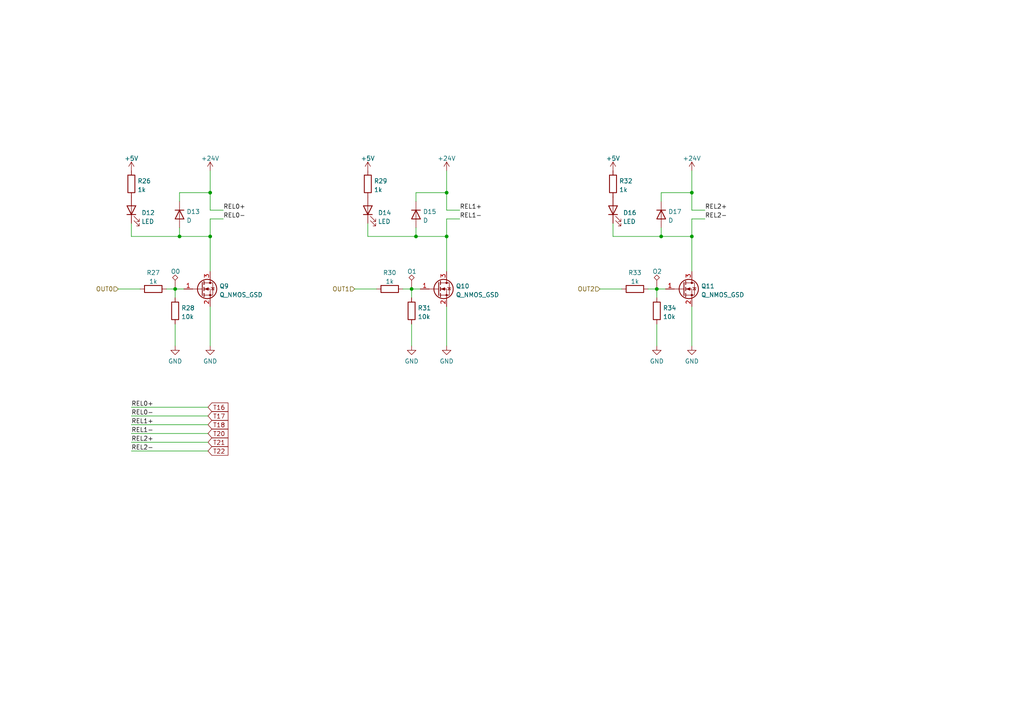
<source format=kicad_sch>
(kicad_sch (version 20211123) (generator eeschema)
  (paper "A4")
  (title_block (title "FloatPUMP Schematics") (date "2022-11-11") (rev "1.0") (company "robtor.de") (comment 1 "Controller board for up to 3 water pumps") (comment 2 "measuring capabilities with piezoresistive pressure sensors") (comment 3 "sensor input Range 4mA-20mA"))
  (lib_symbols
    (symbol "Connector:TestPoint_Alt" (pin_numbers hide) (pin_names (offset 0.762) hide)
      (property "Reference" "TP" (at 0 6.858 0))
      (property "Value" "TestPoint_Alt" (at 0 5.08 0))
      (symbol "TestPoint_Alt_0_1"
        (polyline (pts (xy 0 2.54) (xy -0.762 3.302) (xy 0 4.064) (xy 0.762 3.302) (xy 0 2.54)))
      )
      (symbol "TestPoint_Alt_1_1"
        (pin passive line (at 0 0 90) (length 2.54) (name "1") (number "1"))
      )
    )
    (symbol "Device:D" (pin_numbers hide) (pin_names (offset 1.016) hide)
      (property "Reference" "D" (at 0 2.54 0))
      (property "Value" "D" (at 0 -2.54 0))
      (symbol "D_0_1"
        (polyline (pts (xy -1.27 1.27) (xy -1.27 -1.27)) (stroke (width 0.254)))
        (polyline (pts (xy 1.27 0) (xy -1.27 0)))
        (polyline (pts (xy 1.27 1.27) (xy 1.27 -1.27) (xy -1.27 0) (xy 1.27 1.27)) (stroke (width 0.254)))
      )
      (symbol "D_1_1"
        (pin passive line (at -3.81 0 0) (length 2.54) (name "K") (number "1"))
        (pin passive line (at 3.81 0 180) (length 2.54) (name "A") (number "2"))
      )
    )
    (symbol "Device:LED" (pin_numbers hide) (pin_names (offset 1.016) hide)
      (property "Reference" "D" (at 0 2.54 0))
      (property "Value" "LED" (at 0 -2.54 0))
      (symbol "LED_0_1"
        (polyline (pts (xy -1.27 -1.27) (xy -1.27 1.27)) (stroke (width 0.254)))
        (polyline (pts (xy -1.27 0) (xy 1.27 0)))
        (polyline (pts (xy 1.27 -1.27) (xy 1.27 1.27) (xy -1.27 0) (xy 1.27 -1.27)) (stroke (width 0.254)))
        (polyline (pts (xy -3.048 -0.762) (xy -4.572 -2.286) (xy -3.81 -2.286) (xy -4.572 -2.286) (xy -4.572 -1.524)))
        (polyline (pts (xy -1.778 -0.762) (xy -3.302 -2.286) (xy -2.54 -2.286) (xy -3.302 -2.286) (xy -3.302 -1.524)))
      )
      (symbol "LED_1_1"
        (pin passive line (at -3.81 0 0) (length 2.54) (name "K") (number "1"))
        (pin passive line (at 3.81 0 180) (length 2.54) (name "A") (number "2"))
      )
    )
    (symbol "Device:Q_NMOS_GSD" (pin_names (offset 0) hide)
      (property "Reference" "Q" (at 5.08 1.27 0))
      (property "Value" "Q_NMOS_GSD" (at 5.08 -1.27 0))
      (symbol "Q_NMOS_GSD_0_1"
        (polyline (pts (xy 0.254 0) (xy -2.54 0)))
        (polyline (pts (xy 0.254 1.905) (xy 0.254 -1.905)) (stroke (width 0.254)))
        (polyline (pts (xy 0.762 -1.27) (xy 0.762 -2.286)) (stroke (width 0.254)))
        (polyline (pts (xy 0.762 0.508) (xy 0.762 -0.508)) (stroke (width 0.254)))
        (polyline (pts (xy 0.762 2.286) (xy 0.762 1.27)) (stroke (width 0.254)))
        (polyline (pts (xy 2.54 2.54) (xy 2.54 1.778)))
        (polyline (pts (xy 2.54 -2.54) (xy 2.54 0) (xy 0.762 0)))
        (polyline (pts (xy 0.762 -1.778) (xy 3.302 -1.778) (xy 3.302 1.778) (xy 0.762 1.778)))
        (polyline (pts (xy 1.016 0) (xy 2.032 0.381) (xy 2.032 -0.381) (xy 1.016 0)) (fill (type outline)))
        (polyline (pts (xy 2.794 0.508) (xy 2.921 0.381) (xy 3.683 0.381) (xy 3.81 0.254)))
        (polyline (pts (xy 3.302 0.381) (xy 2.921 -0.254) (xy 3.683 -0.254) (xy 3.302 0.381)))
        (circle (center 1.651 0) (radius 2.794) (stroke (width 0.254)))
        (circle (center 2.54 -1.778) (radius 0.254) (fill (type outline)))
        (circle (center 2.54 1.778) (radius 0.254) (fill (type outline)))
      )
      (symbol "Q_NMOS_GSD_1_1"
        (pin input line (at -5.08 0 0) (length 2.54) (name "G") (number "1"))
        (pin passive line (at 2.54 -5.08 90) (length 2.54) (name "S") (number "2"))
        (pin passive line (at 2.54 5.08 270) (length 2.54) (name "D") (number "3"))
      )
    )
    (symbol "Device:R" (pin_numbers hide) (pin_names (offset 0))
      (property "Reference" "R" (at 2.032 0 90))
      (property "Value" "R" (at 0 0 90))
      (symbol "R_0_1"
        (rectangle (start -1.016 -2.54) (end 1.016 2.54) (stroke (width 0.254)))
      )
      (symbol "R_1_1"
        (pin passive line (at 0 3.81 270) (length 1.27) (name "~") (number "1"))
        (pin passive line (at 0 -3.81 90) (length 1.27) (name "~") (number "2"))
      )
    )
    (symbol "power:+24V" (power) (pin_names (offset 0))
      (property "Value" "+24V" (at 0 3.556 0))
      (symbol "+24V_0_1"
        (polyline (pts (xy -0.762 1.27) (xy 0 2.54)))
        (polyline (pts (xy 0 0) (xy 0 2.54)))
        (polyline (pts (xy 0 2.54) (xy 0.762 1.27)))
      )
      (symbol "+24V_1_1"
        (pin power_in line (at 0 0 90) (length 0) hide (name "+24V") (number "1"))
      )
    )
    (symbol "power:+5V" (power) (pin_names (offset 0))
      (property "Value" "+5V" (at 0 3.556 0))
      (symbol "+5V_0_1"
        (polyline (pts (xy -0.762 1.27) (xy 0 2.54)))
        (polyline (pts (xy 0 0) (xy 0 2.54)))
        (polyline (pts (xy 0 2.54) (xy 0.762 1.27)))
      )
      (symbol "+5V_1_1"
        (pin power_in line (at 0 0 90) (length 0) hide (name "+5V") (number "1"))
      )
    )
    (symbol "power:GND" (power) (pin_names (offset 0))
      (property "Value" "GND" (at 0 -3.81 0))
      (symbol "GND_0_1"
        (polyline (pts (xy 0 0) (xy 0 -1.27) (xy 1.27 -1.27) (xy 0 -2.54) (xy -1.27 -1.27) (xy 0 -1.27)))
      )
      (symbol "GND_1_1"
        (pin power_in line (at 0 0 270) (length 0) hide (name "GND") (number "1"))
      )
    )
  )
  (junction (at 52.07 68.58))
  (junction (at 120.65 68.58))
  (junction (at 60.96 68.58))
  (junction (at 129.54 68.58))
  (junction (at 119.38 83.82))
  (junction (at 50.8 83.82))
  (junction (at 60.96 55.88))
  (junction (at 191.77 68.58))
  (junction (at 129.54 55.88))
  (junction (at 190.5 83.82))
  (junction (at 200.66 68.58))
  (junction (at 200.66 55.88))
  (wire (pts (xy 191.77 58.42) (xy 191.77 55.88)))
  (wire (pts (xy 60.96 68.58) (xy 60.96 78.74)))
  (wire (pts (xy 173.99 83.82) (xy 180.34 83.82)))
  (wire (pts (xy 190.5 83.82) (xy 193.04 83.82)))
  (wire (pts (xy 50.8 83.82) (xy 50.8 86.36)))
  (wire (pts (xy 200.66 88.9) (xy 200.66 100.33)))
  (wire (pts (xy 200.66 68.58) (xy 200.66 78.74)))
  (wire (pts (xy 129.54 49.53) (xy 129.54 55.88)))
  (wire (pts (xy 102.87 83.82) (xy 109.22 83.82)))
  (wire (pts (xy 60.96 55.88) (xy 60.96 60.96)))
  (wire (pts (xy 191.77 68.58) (xy 200.66 68.58)))
  (wire (pts (xy 52.07 68.58) (xy 38.1 68.58)))
  (wire (pts (xy 187.96 83.82) (xy 190.5 83.82)))
  (wire (pts (xy 190.5 83.82) (xy 190.5 86.36)))
  (wire (pts (xy 120.65 55.88) (xy 129.54 55.88)))
  (wire (pts (xy 38.1 128.27) (xy 60.325 128.27)))
  (wire (pts (xy 120.65 68.58) (xy 129.54 68.58)))
  (wire (pts (xy 200.66 55.88) (xy 200.66 60.96)))
  (wire (pts (xy 191.77 55.88) (xy 200.66 55.88)))
  (wire (pts (xy 177.8 64.77) (xy 177.8 68.58)))
  (wire (pts (xy 129.54 60.96) (xy 133.35 60.96)))
  (wire (pts (xy 50.8 83.82) (xy 53.34 83.82)))
  (wire (pts (xy 116.84 83.82) (xy 119.38 83.82)))
  (wire (pts (xy 50.8 93.98) (xy 50.8 100.33)))
  (wire (pts (xy 133.35 63.5) (xy 129.54 63.5)))
  (wire (pts (xy 38.1 125.73) (xy 60.325 125.73)))
  (wire (pts (xy 60.96 88.9) (xy 60.96 100.33)))
  (wire (pts (xy 106.68 64.77) (xy 106.68 68.58)))
  (wire (pts (xy 52.07 55.88) (xy 60.96 55.88)))
  (wire (pts (xy 38.1 123.19) (xy 60.325 123.19)))
  (wire (pts (xy 60.96 63.5) (xy 60.96 68.58)))
  (wire (pts (xy 34.29 83.82) (xy 40.64 83.82)))
  (wire (pts (xy 119.38 93.98) (xy 119.38 100.33)))
  (wire (pts (xy 52.07 66.04) (xy 52.07 68.58)))
  (wire (pts (xy 119.38 83.82) (xy 121.92 83.82)))
  (wire (pts (xy 120.65 66.04) (xy 120.65 68.58)))
  (wire (pts (xy 52.07 58.42) (xy 52.07 55.88)))
  (wire (pts (xy 191.77 68.58) (xy 177.8 68.58)))
  (wire (pts (xy 38.1 130.81) (xy 60.325 130.81)))
  (wire (pts (xy 129.54 88.9) (xy 129.54 100.33)))
  (wire (pts (xy 38.1 120.65) (xy 60.325 120.65)))
  (wire (pts (xy 52.07 68.58) (xy 60.96 68.58)))
  (wire (pts (xy 60.96 60.96) (xy 64.77 60.96)))
  (wire (pts (xy 64.77 63.5) (xy 60.96 63.5)))
  (wire (pts (xy 190.5 93.98) (xy 190.5 100.33)))
  (wire (pts (xy 120.65 58.42) (xy 120.65 55.88)))
  (wire (pts (xy 38.1 118.11) (xy 60.325 118.11)))
  (wire (pts (xy 119.38 83.82) (xy 119.38 86.36)))
  (wire (pts (xy 204.47 63.5) (xy 200.66 63.5)))
  (wire (pts (xy 129.54 68.58) (xy 129.54 78.74)))
  (wire (pts (xy 129.54 63.5) (xy 129.54 68.58)))
  (wire (pts (xy 200.66 49.53) (xy 200.66 55.88)))
  (wire (pts (xy 120.65 68.58) (xy 106.68 68.58)))
  (wire (pts (xy 129.54 55.88) (xy 129.54 60.96)))
  (wire (pts (xy 200.66 63.5) (xy 200.66 68.58)))
  (wire (pts (xy 38.1 64.77) (xy 38.1 68.58)))
  (wire (pts (xy 191.77 66.04) (xy 191.77 68.58)))
  (wire (pts (xy 48.26 83.82) (xy 50.8 83.82)))
  (wire (pts (xy 200.66 60.96) (xy 204.47 60.96)))
  (wire (pts (xy 60.96 49.53) (xy 60.96 55.88)))
  (label "REL1+" (at 38.1 123.19 0))
  (label "REL0+" (at 64.77 60.96 0))
  (label "REL2+" (at 204.47 60.96 0))
  (label "REL1-" (at 133.35 63.5 0))
  (label "REL2-" (at 204.47 63.5 0))
  (label "REL2-" (at 38.1 130.81 0))
  (label "REL1-" (at 38.1 125.73 0))
  (label "REL0-" (at 38.1 120.65 0))
  (label "REL0+" (at 38.1 118.11 0))
  (label "REL0-" (at 64.77 63.5 0))
  (label "REL1+" (at 133.35 60.96 0))
  (label "REL2+" (at 38.1 128.27 0))
  (global_label "T22" (shape input) (at 60.325 130.81 0) (property "Referenzen zwischen Schaltplänen" "${INTERSHEET_REFS}" (effects hide)))
  (global_label "T17" (shape input) (at 60.325 120.65 0) (property "Referenzen zwischen Schaltplänen" "${INTERSHEET_REFS}" (effects hide)))
  (global_label "T18" (shape input) (at 60.325 123.19 0) (property "Referenzen zwischen Schaltplänen" "${INTERSHEET_REFS}" (effects hide)))
  (global_label "T16" (shape input) (at 60.325 118.11 0) (property "Referenzen zwischen Schaltplänen" "${INTERSHEET_REFS}" (effects hide)))
  (global_label "T21" (shape input) (at 60.325 128.27 0) (property "Referenzen zwischen Schaltplänen" "${INTERSHEET_REFS}" (effects hide)))
  (global_label "T20" (shape input) (at 60.325 125.73 0) (property "Referenzen zwischen Schaltplänen" "${INTERSHEET_REFS}" (effects hide)))
  (hierarchical_label "OUT1" (shape input) (at 102.87 83.82 180))
  (hierarchical_label "OUT2" (shape input) (at 173.99 83.82 180))
  (hierarchical_label "OUT0" (shape input) (at 34.29 83.82 180))
  (symbol (lib_id "power:GND") (at 200.66 100.33 0) (unit 1)
    (property "Reference" "#PWR074" (effects hide))
    (property "Value" "GND" (at 200.66 104.7734 0))
  )
  (symbol (lib_id "power:GND") (at 119.38 100.33 0) (unit 1)
    (property "Reference" "#PWR068" (effects hide))
    (property "Value" "GND" (at 119.38 104.7734 0))
  )
  (symbol (lib_id "Connector:TestPoint_Alt") (at 119.38 83.82 0) (unit 1)
    (property "Reference" "TP17" (effects hide))
    (property "Value" "O1" (at 118.11 78.74 0) (effects (justify left)))
    (property "Footprint" "TestPoint:TestPoint_Pad_D1.0mm" (effects hide))
  )
  (symbol (lib_id "power:+5V") (at 177.8 49.53 0) (unit 1)
    (property "Reference" "#PWR071" (effects hide))
    (property "Value" "+5V" (at 177.8 45.9542 0))
  )
  (symbol (lib_id "power:+24V") (at 200.66 49.53 0) (unit 1)
    (property "Reference" "#PWR073" (effects hide))
    (property "Value" "+24V" (at 200.66 45.9542 0))
  )
  (symbol (lib_id "Device:R") (at 113.03 83.82 90) (unit 1)
    (property "Reference" "R30" (at 113.03 79.1042 90))
    (property "Value" "1k" (at 113.03 81.6411 90))
    (property "Footprint" "Resistor_SMD:R_0603_1608Metric" (effects hide))
    (property "JLCPCB" "Basic" (effects hide))
    (property "LCSC" "C21190" (effects hide))
  )
  (symbol (lib_id "Device:D") (at 191.77 62.23 270) (unit 1)
    (property "Reference" "D17" (at 193.802 61.3953 90) (effects (justify left)))
    (property "Value" "D" (at 193.802 63.9322 90) (effects (justify left)))
    (property "Footprint" "Diode_SMD:D_SMA" (effects hide))
    (property "Datasheet" "https://datasheet.lcsc.com/lcsc/2109061630_YONGYUTAI-1N4001_C2892670.pdf" (effects hide))
    (property "JLCPCB" "Basic" (effects hide))
    (property "LCSC" "C95872" (effects hide))
  )
  (symbol (lib_id "Device:D") (at 52.07 62.23 270) (unit 1)
    (property "Reference" "D13" (at 54.102 61.3953 90) (effects (justify left)))
    (property "Value" "D" (at 54.102 63.9322 90) (effects (justify left)))
    (property "Footprint" "Diode_SMD:D_SMA" (effects hide))
    (property "Datasheet" "https://datasheet.lcsc.com/lcsc/2109061630_YONGYUTAI-1N4001_C2892670.pdf" (effects hide))
    (property "JLCPCB" "Basic" (effects hide))
    (property "LCSC" "C95872" (effects hide))
  )
  (symbol (lib_id "Connector:TestPoint_Alt") (at 190.5 83.82 0) (unit 1)
    (property "Reference" "TP18" (effects hide))
    (property "Value" "O2" (at 189.23 78.74 0) (effects (justify left)))
    (property "Footprint" "TestPoint:TestPoint_Pad_D1.0mm" (effects hide))
  )
  (symbol (lib_id "Device:R") (at 184.15 83.82 90) (unit 1)
    (property "Reference" "R33" (at 184.15 79.1042 90))
    (property "Value" "1k" (at 184.15 81.6411 90))
    (property "Footprint" "Resistor_SMD:R_0603_1608Metric" (effects hide))
    (property "JLCPCB" "Basic" (effects hide))
    (property "LCSC" "C21190" (effects hide))
  )
  (symbol (lib_id "power:+24V") (at 129.54 49.53 0) (unit 1)
    (property "Reference" "#PWR069" (effects hide))
    (property "Value" "+24V" (at 129.54 45.9542 0))
  )
  (symbol (lib_id "power:+5V") (at 106.68 49.53 0) (unit 1)
    (property "Reference" "#PWR067" (effects hide))
    (property "Value" "+5V" (at 106.68 45.9542 0))
  )
  (symbol (lib_id "Device:D") (at 120.65 62.23 270) (unit 1)
    (property "Reference" "D15" (at 122.682 61.3953 90) (effects (justify left)))
    (property "Value" "D" (at 122.682 63.9322 90) (effects (justify left)))
    (property "Footprint" "Diode_SMD:D_SMA" (effects hide))
    (property "Datasheet" "https://datasheet.lcsc.com/lcsc/2109061630_YONGYUTAI-1N4001_C2892670.pdf" (effects hide))
    (property "JLCPCB" "Basic" (effects hide))
    (property "LCSC" "C95872" (effects hide))
  )
  (symbol (lib_id "Device:Q_NMOS_GSD") (at 198.12 83.82 0) (unit 1)
    (property "Reference" "Q11" (at 203.327 82.9853 0) (effects (justify left)))
    (property "Value" "Q_NMOS_GSD" (at 203.327 85.5222 0) (effects (justify left)))
    (property "Footprint" "Package_TO_SOT_SMD:SOT-23" (effects hide))
    (property "Datasheet" "https://datasheet.lcsc.com/lcsc/1810271831_TOSHIBA-T2N7002BK-LM_C146372.pdf" (effects hide))
    (property "JLCPCB" "Basic" (effects hide))
    (property "LCSC" "C8545" (effects hide))
  )
  (symbol (lib_id "Connector:TestPoint_Alt") (at 50.8 83.82 0) (unit 1)
    (property "Reference" "TP16" (effects hide))
    (property "Value" "O0" (at 49.53 78.74 0) (effects (justify left)))
    (property "Footprint" "TestPoint:TestPoint_Pad_D1.0mm" (effects hide))
  )
  (symbol (lib_id "Device:LED") (at 106.68 60.96 90) (unit 1)
    (property "Reference" "D14" (at 109.601 61.7128 90) (effects (justify right)))
    (property "Value" "LED" (at 109.601 64.2497 90) (effects (justify right)))
    (property "Footprint" "LED_SMD:LED_0805_2012Metric" (effects hide))
  )
  (symbol (lib_id "power:GND") (at 60.96 100.33 0) (unit 1)
    (property "Reference" "#PWR066" (effects hide))
    (property "Value" "GND" (at 60.96 104.7734 0))
  )
  (symbol (lib_id "Device:LED") (at 177.8 60.96 90) (unit 1)
    (property "Reference" "D16" (at 180.721 61.7128 90) (effects (justify right)))
    (property "Value" "LED" (at 180.721 64.2497 90) (effects (justify right)))
    (property "Footprint" "LED_SMD:LED_0805_2012Metric" (effects hide))
  )
  (symbol (lib_id "Device:R") (at 106.68 53.34 180) (unit 1)
    (property "Reference" "R29" (at 108.458 52.5053 0) (effects (justify right)))
    (property "Value" "1k" (at 108.458 55.0422 0) (effects (justify right)))
    (property "Footprint" "Resistor_SMD:R_0603_1608Metric" (effects hide))
    (property "JLCPCB" "Basic" (effects hide))
    (property "LCSC" "C21190" (effects hide))
  )
  (symbol (lib_id "power:GND") (at 129.54 100.33 0) (unit 1)
    (property "Reference" "#PWR070" (effects hide))
    (property "Value" "GND" (at 129.54 104.7734 0))
  )
  (symbol (lib_id "Device:LED") (at 38.1 60.96 90) (unit 1)
    (property "Reference" "D12" (at 41.021 61.7128 90) (effects (justify right)))
    (property "Value" "LED" (at 41.021 64.2497 90) (effects (justify right)))
    (property "Footprint" "LED_SMD:LED_0805_2012Metric" (effects hide))
  )
  (symbol (lib_id "Device:Q_NMOS_GSD") (at 58.42 83.82 0) (unit 1)
    (property "Reference" "Q9" (at 63.627 82.9853 0) (effects (justify left)))
    (property "Value" "Q_NMOS_GSD" (at 63.627 85.5222 0) (effects (justify left)))
    (property "Footprint" "Package_TO_SOT_SMD:SOT-23" (effects hide))
    (property "Datasheet" "https://datasheet.lcsc.com/lcsc/1810151612_Jiangsu-Changjing-Electronics-Technology-Co---Ltd--2N7002_C8545.pdf" (effects hide))
    (property "JLCPCB" "Basic" (effects hide))
    (property "LCSC" "C8545" (effects hide))
  )
  (symbol (lib_id "power:GND") (at 50.8 100.33 0) (unit 1)
    (property "Reference" "#PWR064" (effects hide))
    (property "Value" "GND" (at 50.8 104.7734 0))
  )
  (symbol (lib_id "Device:R") (at 38.1 53.34 180) (unit 1)
    (property "Reference" "R26" (at 39.878 52.5053 0) (effects (justify right)))
    (property "Value" "1k" (at 39.878 55.0422 0) (effects (justify right)))
    (property "Footprint" "Resistor_SMD:R_0603_1608Metric" (effects hide))
    (property "JLCPCB" "Basic" (effects hide))
    (property "LCSC" "C21190" (effects hide))
  )
  (symbol (lib_id "Device:Q_NMOS_GSD") (at 127 83.82 0) (unit 1)
    (property "Reference" "Q10" (at 132.207 82.9853 0) (effects (justify left)))
    (property "Value" "Q_NMOS_GSD" (at 132.207 85.5222 0) (effects (justify left)))
    (property "Footprint" "Package_TO_SOT_SMD:SOT-23" (effects hide))
    (property "Datasheet" "https://datasheet.lcsc.com/lcsc/1810271831_TOSHIBA-T2N7002BK-LM_C146372.pdf" (effects hide))
    (property "JLCPCB" "Basic" (effects hide))
    (property "LCSC" "C8545" (effects hide))
  )
  (symbol (lib_id "power:+5V") (at 38.1 49.53 0) (unit 1)
    (property "Reference" "#PWR063" (effects hide))
    (property "Value" "+5V" (at 38.1 45.9542 0))
  )
  (symbol (lib_id "Device:R") (at 50.8 90.17 0) (unit 1)
    (property "Reference" "R28" (at 52.578 89.3353 0) (effects (justify left)))
    (property "Value" "10k" (at 52.578 91.8722 0) (effects (justify left)))
    (property "Footprint" "Resistor_SMD:R_0603_1608Metric" (effects hide))
    (property "JLCPCB" "Basic" (effects hide))
    (property "LCSC" "C25804" (effects hide))
  )
  (symbol (lib_id "Device:R") (at 119.38 90.17 0) (unit 1)
    (property "Reference" "R31" (at 121.158 89.3353 0) (effects (justify left)))
    (property "Value" "10k" (at 121.158 91.8722 0) (effects (justify left)))
    (property "Footprint" "Resistor_SMD:R_0603_1608Metric" (effects hide))
    (property "JLCPCB" "Basic" (effects hide))
    (property "LCSC" "C25804" (effects hide))
  )
  (symbol (lib_id "Device:R") (at 190.5 90.17 0) (unit 1)
    (property "Reference" "R34" (at 192.278 89.3353 0) (effects (justify left)))
    (property "Value" "10k" (at 192.278 91.8722 0) (effects (justify left)))
    (property "Footprint" "Resistor_SMD:R_0603_1608Metric" (effects hide))
    (property "JLCPCB" "Basic" (effects hide))
    (property "LCSC" "C25804" (effects hide))
  )
  (symbol (lib_id "power:+24V") (at 60.96 49.53 0) (unit 1)
    (property "Reference" "#PWR065" (effects hide))
    (property "Value" "+24V" (at 60.96 45.9542 0))
  )
  (symbol (lib_id "power:GND") (at 190.5 100.33 0) (unit 1)
    (property "Reference" "#PWR072" (effects hide))
    (property "Value" "GND" (at 190.5 104.7734 0))
  )
  (symbol (lib_id "Device:R") (at 44.45 83.82 90) (unit 1)
    (property "Reference" "R27" (at 44.45 79.1042 90))
    (property "Value" "1k" (at 44.45 81.6411 90))
    (property "Footprint" "Resistor_SMD:R_0603_1608Metric" (effects hide))
    (property "JLCPCB" "Basic" (effects hide))
    (property "LCSC" "C21190" (effects hide))
  )
  (symbol (lib_id "Device:R") (at 177.8 53.34 180) (unit 1)
    (property "Reference" "R32" (at 179.578 52.5053 0) (effects (justify right)))
    (property "Value" "1k" (at 179.578 55.0422 0) (effects (justify right)))
    (property "Footprint" "Resistor_SMD:R_0603_1608Metric" (effects hide))
    (property "JLCPCB" "Basic" (effects hide))
    (property "LCSC" "C21190" (effects hide))
  )
)
</source>
